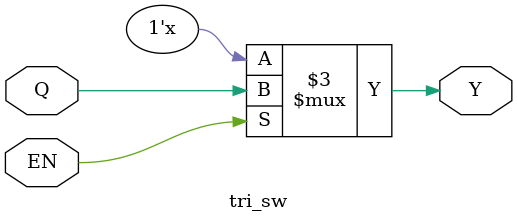
<source format=v>
module tri_sw(Y , Q, EN);
input Q , EN ;
output reg Y ;

always @(*)
begin 
    if (EN)
    begin
        Y = Q ; 
    end
    else 
    begin 
        Y = 1'bx ;
    end
end

endmodule 
</source>
